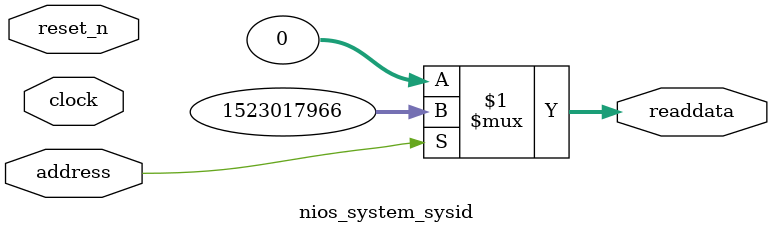
<source format=v>

`timescale 1ns / 1ps
// synthesis translate_on

// turn off superfluous verilog processor warnings 
// altera message_level Level1 
// altera message_off 10034 10035 10036 10037 10230 10240 10030 

module nios_system_sysid (
               // inputs:
                address,
                clock,
                reset_n,

               // outputs:
                readdata
             )
;

  output  [ 31: 0] readdata;
  input            address;
  input            clock;
  input            reset_n;

  wire    [ 31: 0] readdata;
  //control_slave, which is an e_avalon_slave
  assign readdata = address ? 1523017966 : 0;

endmodule




</source>
